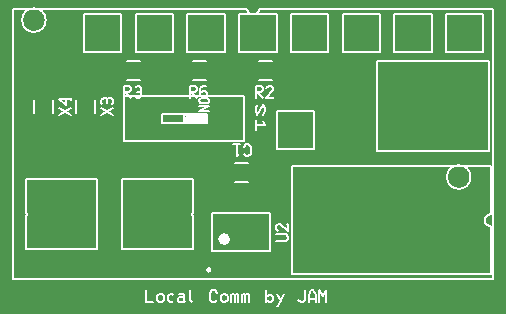
<source format=gbr>
G04 Generated by Ultiboard 13.0 *
%IPNEG*%
%FSLAX25Y25*%
%MOIN*%

%ADD10C,0.00001*%
%ADD11C,0.00800*%
%ADD12C,0.00612*%
%ADD13C,0.00787*%
%ADD14C,0.01969*%
%ADD15C,0.00984*%


G04 ColorRGB FFFF00 for the following layer *
%LNSilkscreen Top*%
%LPD*%
G54D10*
G54D11*
X332522Y240038D02*
X345022Y240038D01*
X345022Y252538D01*
X332522Y252538D01*
X332522Y240038D01*
X349759Y240038D02*
X362259Y240038D01*
X362259Y252538D01*
X349759Y252538D01*
X349759Y240038D01*
X366996Y240038D02*
X379496Y240038D01*
X379496Y252538D01*
X366996Y252538D01*
X366996Y240038D01*
X384233Y240038D02*
X396733Y240038D01*
X396733Y252538D01*
X384233Y252538D01*
X384233Y240038D01*
X240000Y254500D02*
X240000Y164500D01*
X400000Y164500D01*
X400000Y254500D01*
X242926Y250640D02*
G75*
D01*
G02X242926Y250640I3937J0*
G01*
X318031Y254500D02*
X318039Y254328D01*
X318061Y254158D01*
X318099Y253991D01*
X318150Y253827D01*
X318216Y253668D01*
X318295Y253516D01*
X318387Y253371D01*
X318492Y253235D01*
X318608Y253108D01*
X318735Y252992D01*
X318871Y252887D01*
X319016Y252795D01*
X319168Y252716D01*
X319327Y252650D01*
X319491Y252599D01*
X319658Y252561D01*
X319828Y252539D01*
X320000Y252531D01*
X320172Y252539D01*
X320342Y252561D01*
X320509Y252599D01*
X320673Y252650D01*
X320832Y252716D01*
X320984Y252795D01*
X321129Y252887D01*
X321265Y252992D01*
X321392Y253108D01*
X321508Y253235D01*
X321613Y253371D01*
X321705Y253516D01*
X321784Y253668D01*
X321850Y253827D01*
X321901Y253991D01*
X321939Y254158D01*
X321961Y254328D01*
X321969Y254500D01*
X400000Y254500D02*
X321969Y254500D01*
X318031Y254500D02*
X240000Y254500D01*
X263574Y240038D02*
X276074Y240038D01*
X276074Y252538D01*
X263574Y252538D01*
X263574Y240038D01*
X244209Y174209D02*
X267791Y174209D01*
X267791Y197791D01*
X244209Y197791D01*
X244209Y185701D02*
X244235Y185702D01*
X244261Y185705D01*
X244286Y185711D01*
X244311Y185719D01*
X244335Y185729D01*
X244358Y185741D01*
X244380Y185755D01*
X244401Y185771D01*
X244420Y185788D01*
X244438Y185807D01*
X244454Y185828D01*
X244468Y185850D01*
X244480Y185873D01*
X244490Y185898D01*
X244498Y185922D01*
X244504Y185948D01*
X244507Y185974D01*
X244508Y186000D01*
X244507Y186026D01*
X244504Y186052D01*
X244498Y186078D01*
X244490Y186102D01*
X244480Y186127D01*
X244468Y186150D01*
X244454Y186172D01*
X244438Y186193D01*
X244420Y186212D01*
X244401Y186229D01*
X244380Y186245D01*
X244358Y186259D01*
X244335Y186271D01*
X244311Y186281D01*
X244286Y186289D01*
X244261Y186295D01*
X244235Y186298D01*
X244209Y186300D01*
X244209Y197791D02*
X244209Y186300D01*
X244209Y185701D02*
X244209Y174209D01*
X299791Y197791D02*
X276209Y197791D01*
X276209Y174209D01*
X299791Y174209D01*
X299791Y186300D02*
X299765Y186298D01*
X299739Y186295D01*
X299714Y186289D01*
X299689Y186281D01*
X299665Y186271D01*
X299642Y186259D01*
X299620Y186245D01*
X299599Y186229D01*
X299580Y186212D01*
X299562Y186193D01*
X299546Y186172D01*
X299532Y186150D01*
X299520Y186127D01*
X299510Y186102D01*
X299502Y186078D01*
X299496Y186052D01*
X299493Y186026D01*
X299492Y186000D01*
X299493Y185974D01*
X299496Y185948D01*
X299502Y185922D01*
X299510Y185898D01*
X299520Y185873D01*
X299532Y185850D01*
X299546Y185828D01*
X299562Y185807D01*
X299580Y185788D01*
X299599Y185771D01*
X299620Y185755D01*
X299642Y185741D01*
X299665Y185729D01*
X299689Y185719D01*
X299714Y185711D01*
X299739Y185705D01*
X299765Y185702D01*
X299791Y185701D01*
X299791Y174209D02*
X299791Y185701D01*
X299791Y186300D02*
X299791Y197791D01*
X399130Y202110D02*
X332870Y202110D01*
X332870Y165890D01*
X399130Y165890D01*
X384563Y198333D02*
G75*
D01*
G02X384563Y198333I3937J0*
G01*
X399130Y185969D02*
X398958Y185961D01*
X398788Y185939D01*
X398620Y185901D01*
X398457Y185850D01*
X398298Y185784D01*
X398146Y185705D01*
X398001Y185613D01*
X397865Y185508D01*
X397738Y185392D01*
X397622Y185265D01*
X397517Y185129D01*
X397425Y184984D01*
X397346Y184832D01*
X397280Y184673D01*
X397228Y184509D01*
X397191Y184342D01*
X397169Y184172D01*
X397161Y184000D01*
X397169Y183828D01*
X397191Y183658D01*
X397228Y183491D01*
X397280Y183327D01*
X397346Y183168D01*
X397425Y183016D01*
X397517Y182871D01*
X397622Y182735D01*
X397738Y182608D01*
X397865Y182492D01*
X398001Y182387D01*
X398146Y182295D01*
X398298Y182216D01*
X398457Y182150D01*
X398620Y182099D01*
X398788Y182061D01*
X398958Y182039D01*
X399130Y182031D01*
X399130Y165890D02*
X399130Y182031D01*
X399130Y185969D02*
X399130Y202110D01*
X280811Y240038D02*
X293311Y240038D01*
X293311Y252538D01*
X280811Y252538D01*
X280811Y240038D01*
X321405Y222444D02*
X320810Y221333D01*
X320810Y220222D01*
X321405Y219111D01*
X323190Y222444D01*
X323786Y221333D01*
X323786Y220222D01*
X323190Y219111D01*
X323190Y216889D02*
X323786Y215778D01*
X320810Y215778D01*
X320810Y217444D02*
X320810Y214111D01*
X277000Y210500D02*
X277000Y225500D01*
X317000Y225500D02*
X317000Y210500D01*
X277000Y225500D02*
X317000Y225500D01*
X304500Y219500D02*
X289500Y219500D01*
X289500Y216500D02*
X304500Y216500D01*
X289500Y219500D02*
X289500Y216500D01*
X302833Y224667D02*
X302761Y224664D01*
X302689Y224654D01*
X302618Y224638D01*
X302548Y224617D01*
X302481Y224589D01*
X302417Y224555D01*
X302355Y224516D01*
X302298Y224472D01*
X302244Y224423D01*
X302195Y224369D01*
X302151Y224311D01*
X302112Y224250D01*
X302078Y224186D01*
X302050Y224118D01*
X302029Y224049D01*
X302013Y223978D01*
X302003Y223906D01*
X302000Y223833D01*
X302003Y223761D01*
X302013Y223689D01*
X302029Y223618D01*
X302050Y223548D01*
X302078Y223481D01*
X302112Y223417D01*
X302151Y223355D01*
X302195Y223298D01*
X302244Y223244D01*
X302298Y223195D01*
X302355Y223151D01*
X302417Y223112D01*
X302481Y223078D01*
X302548Y223050D01*
X302618Y223029D01*
X302689Y223013D01*
X302761Y223003D01*
X302833Y223000D01*
X304500Y223000D02*
X304573Y223003D01*
X304645Y223013D01*
X304716Y223029D01*
X304785Y223050D01*
X304852Y223078D01*
X304917Y223112D01*
X304978Y223151D01*
X305036Y223195D01*
X305089Y223244D01*
X305138Y223298D01*
X305183Y223355D01*
X305222Y223417D01*
X305255Y223481D01*
X305283Y223548D01*
X305305Y223618D01*
X305321Y223689D01*
X305330Y223761D01*
X305333Y223833D01*
X305330Y223906D01*
X305321Y223978D01*
X305305Y224049D01*
X305283Y224118D01*
X305255Y224186D01*
X305222Y224250D01*
X305183Y224311D01*
X305138Y224369D01*
X305089Y224423D01*
X305036Y224472D01*
X304978Y224516D01*
X304917Y224555D01*
X304852Y224589D01*
X304785Y224617D01*
X304716Y224638D01*
X304645Y224654D01*
X304573Y224664D01*
X304500Y224667D01*
X302833Y224667D01*
X302833Y223000D02*
X304500Y223000D01*
X297500Y219000D02*
X304000Y219000D01*
X297500Y218500D02*
X303500Y218500D01*
X297000Y219500D02*
X297000Y216500D01*
X297500Y217000D02*
X297500Y218000D01*
X297500Y218500D01*
X298000Y217000D02*
X297500Y217000D01*
X304000Y217000D02*
X298000Y217000D01*
X298000Y218000D02*
X303000Y218000D01*
X303500Y217500D02*
X298000Y217500D01*
X298000Y218000D01*
X302000Y220500D02*
X305333Y222167D01*
X302000Y222167D01*
X305333Y220500D02*
X302000Y220500D01*
X304500Y216500D02*
X304500Y219500D01*
X304000Y219000D02*
X304000Y217000D01*
X303500Y218500D02*
X303500Y217500D01*
X317000Y210500D02*
X277000Y210500D01*
X315285Y240038D02*
X327785Y240038D01*
X327785Y252538D01*
X315285Y252538D01*
X315285Y240038D01*
X298048Y240038D02*
X310548Y240038D01*
X310548Y252538D01*
X298048Y252538D01*
X298048Y240038D01*
X361260Y237000D02*
X361260Y207000D01*
X398740Y207000D01*
X398740Y237000D01*
X380000Y237000D02*
X380000Y237000D01*
X380000Y237000D01*
X380000Y237000D01*
X380000Y237000D01*
X380000Y237000D01*
X380000Y237000D01*
X380000Y237000D01*
X380000Y237000D01*
X380000Y237000D01*
X380000Y237000D01*
X380000Y237000D01*
X380000Y237000D01*
X380000Y237000D01*
X380000Y237000D01*
X380000Y237000D01*
X380000Y237000D01*
X380000Y237000D01*
X380000Y237000D01*
X380000Y237000D01*
X380000Y237000D01*
X380000Y237000D01*
X380000Y237000D01*
X380000Y237000D01*
X380000Y237000D01*
X380000Y237000D01*
X380000Y237000D01*
X380000Y237000D01*
X380000Y237000D01*
X380000Y237000D01*
X380000Y237000D01*
X380000Y237000D01*
X380000Y237000D01*
X380000Y237000D01*
X380000Y237000D01*
X380000Y237000D01*
X380000Y237000D01*
X398740Y237000D02*
X380000Y237000D01*
X361260Y237000D01*
X327750Y207750D02*
X340250Y207750D01*
X340250Y220250D01*
X327750Y220250D01*
X327750Y207750D01*
G54D12*
X255315Y218864D02*
X259252Y221216D01*
X259252Y218864D02*
X255315Y221216D01*
X257677Y224744D02*
X257677Y222392D01*
X255315Y224352D01*
X259252Y224352D01*
X259252Y223960D02*
X259252Y224744D01*
X269315Y218864D02*
X273252Y221216D01*
X273252Y218864D02*
X269315Y221216D01*
X269709Y222784D02*
X269315Y223176D01*
X269315Y223960D01*
X270102Y224744D01*
X270890Y224744D01*
X271283Y224352D01*
X271677Y224744D01*
X272465Y224744D01*
X273252Y223960D01*
X273252Y223176D01*
X272858Y222784D01*
X271283Y223176D02*
X271283Y224352D01*
X327614Y176864D02*
X330764Y176864D01*
X331551Y177648D01*
X331551Y178432D01*
X330764Y179216D01*
X327614Y179216D01*
X328402Y180392D02*
X327614Y181176D01*
X327614Y181960D01*
X328402Y182744D01*
X328795Y182744D01*
X331551Y180392D01*
X331551Y182744D01*
X331157Y182744D01*
X320864Y224748D02*
X320864Y228685D01*
X322432Y228685D01*
X323216Y227898D01*
X323216Y227504D01*
X322432Y226717D01*
X320864Y226717D01*
X321256Y226717D02*
X323216Y224748D01*
X324392Y227898D02*
X325176Y228685D01*
X325960Y228685D01*
X326744Y227898D01*
X326744Y227504D01*
X324392Y224748D01*
X326744Y224748D01*
X326744Y225142D01*
X276864Y224748D02*
X276864Y228685D01*
X278432Y228685D01*
X279216Y227898D01*
X279216Y227504D01*
X278432Y226717D01*
X276864Y226717D01*
X277256Y226717D02*
X279216Y224748D01*
X280784Y228291D02*
X281176Y228685D01*
X281960Y228685D01*
X282744Y227898D01*
X282744Y227110D01*
X282352Y226717D01*
X282744Y226323D01*
X282744Y225535D01*
X281960Y224748D01*
X281176Y224748D01*
X280784Y225142D01*
X281176Y226717D02*
X282352Y226717D01*
X298864Y224748D02*
X298864Y228685D01*
X300432Y228685D01*
X301216Y227898D01*
X301216Y227504D01*
X300432Y226717D01*
X298864Y226717D01*
X299256Y226717D02*
X301216Y224748D01*
X304352Y228685D02*
X303176Y228685D01*
X302392Y227898D01*
X302392Y226323D01*
X302392Y225535D01*
X303176Y224748D01*
X303960Y224748D01*
X304744Y225535D01*
X304744Y226323D01*
X303960Y227110D01*
X303176Y227110D01*
X302392Y226323D01*
X316784Y208465D02*
X317568Y209252D01*
X318352Y209252D01*
X319136Y208465D01*
X319136Y206102D01*
X318352Y205315D01*
X317568Y205315D01*
X316784Y206102D01*
X315216Y206102D02*
X314432Y205315D01*
X314432Y209252D01*
X315608Y209252D02*
X313256Y209252D01*
X324392Y157457D02*
X325176Y156669D01*
X325960Y156669D01*
X326744Y157457D01*
X326744Y158244D01*
X325960Y159031D01*
X325176Y159031D01*
X324392Y158244D01*
X324392Y160606D02*
X324392Y156669D01*
X327920Y155488D02*
X328311Y155488D01*
X330271Y159425D01*
X327920Y159425D02*
X329095Y157063D01*
X334975Y157457D02*
X335759Y156669D01*
X336542Y156669D01*
X337326Y157457D01*
X337326Y160606D01*
X338502Y156669D02*
X338502Y159031D01*
X339286Y160606D01*
X340070Y160606D01*
X340854Y159031D01*
X340854Y156669D01*
X338502Y157850D02*
X340854Y157850D01*
X342030Y156669D02*
X342030Y160606D01*
X343206Y158638D01*
X344381Y160606D01*
X344381Y156669D01*
X284392Y160606D02*
X284392Y156669D01*
X286744Y156669D01*
X287920Y157457D02*
X288703Y156669D01*
X289487Y156669D01*
X290271Y157457D01*
X290271Y158638D01*
X289487Y159425D01*
X288703Y159425D01*
X287920Y158638D01*
X287920Y157457D01*
X293407Y157063D02*
X293015Y156669D01*
X292231Y156669D01*
X291447Y157457D01*
X291447Y158638D01*
X292231Y159425D01*
X293015Y159425D01*
X293407Y159031D01*
X295367Y159425D02*
X296542Y159425D01*
X296934Y159031D01*
X296934Y157063D01*
X296542Y156669D01*
X295367Y156669D01*
X294975Y157063D01*
X294975Y157850D01*
X295367Y158244D01*
X296934Y158244D01*
X296934Y157063D02*
X297326Y156669D01*
X298894Y160606D02*
X298894Y157457D01*
X299678Y156669D01*
X307909Y157457D02*
X307125Y156669D01*
X306341Y156669D01*
X305557Y157457D01*
X305557Y159819D01*
X306341Y160606D01*
X307125Y160606D01*
X307909Y159819D01*
X309085Y157457D02*
X309869Y156669D01*
X310653Y156669D01*
X311437Y157457D01*
X311437Y158638D01*
X310653Y159425D01*
X309869Y159425D01*
X309085Y158638D01*
X309085Y157457D01*
X312612Y156669D02*
X312612Y159031D01*
X312612Y159425D01*
X312612Y159031D02*
X313004Y159425D01*
X313396Y159425D01*
X313788Y159031D01*
X314180Y159425D01*
X314572Y159425D01*
X314964Y159031D01*
X314964Y156669D01*
X313788Y159031D02*
X313788Y156669D01*
X316140Y156669D02*
X316140Y159031D01*
X316140Y159425D01*
X316140Y159031D02*
X316532Y159425D01*
X316924Y159425D01*
X317316Y159031D01*
X317708Y159425D01*
X318100Y159425D01*
X318492Y159031D01*
X318492Y156669D01*
X317316Y159031D02*
X317316Y156669D01*
G54D13*
X253150Y219835D02*
X253150Y224165D01*
X246850Y219835D02*
X246850Y224165D01*
X246850Y219835D02*
X246850Y224165D01*
X267150Y219835D02*
X267150Y224165D01*
X260850Y219835D02*
X260850Y224165D01*
X260850Y219835D02*
X260850Y224165D01*
X325646Y173701D02*
X325646Y186299D01*
X306354Y186299D02*
X306354Y173701D01*
X325646Y173701D01*
X325646Y186299D02*
X306354Y186299D01*
X321835Y230850D02*
X326165Y230850D01*
X321835Y237150D02*
X326165Y237150D01*
X321835Y237150D02*
X326165Y237150D01*
X277835Y230850D02*
X282165Y230850D01*
X277835Y237150D02*
X282165Y237150D01*
X277835Y237150D02*
X282165Y237150D01*
X299835Y230850D02*
X304165Y230850D01*
X299835Y237150D02*
X304165Y237150D01*
X299835Y237150D02*
X304165Y237150D01*
X318165Y203150D02*
X313835Y203150D01*
X318165Y196850D02*
X313835Y196850D01*
X318165Y196850D02*
X313835Y196850D01*
G54D14*
X309307Y177638D02*
G75*
D01*
G02X309307Y177638I984J0*
G01*
G54D15*
X304681Y167402D02*
G75*
D01*
G02X304681Y167402I492J0*
G01*

M02*

</source>
